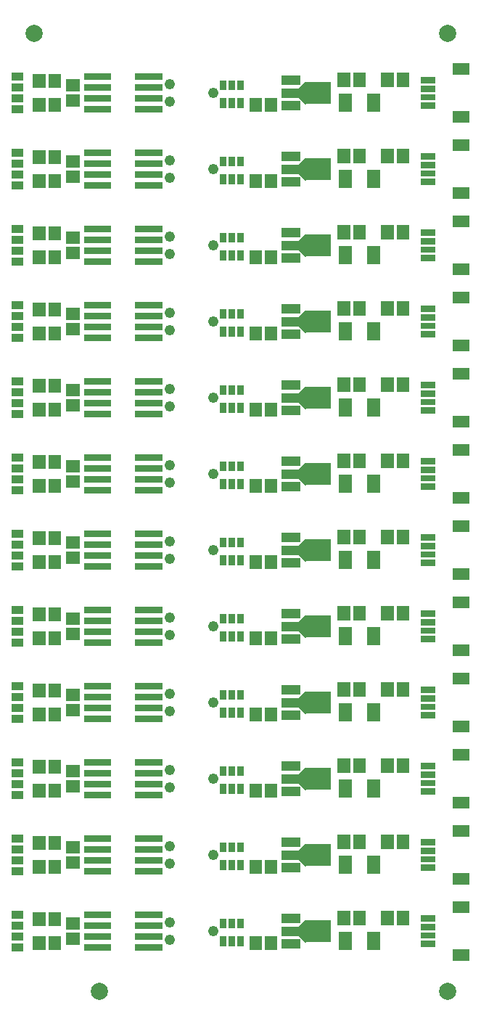
<source format=gbr>
G04 start of page 7 for group -4063 idx -4063 *
G04 Title: (unknown), componentmask *
G04 Creator: pcb 4.0.2 *
G04 CreationDate: Mon Jul 24 21:31:33 2023 UTC *
G04 For: railfan *
G04 Format: Gerber/RS-274X *
G04 PCB-Dimensions (mil): 3000.00 5500.00 *
G04 PCB-Coordinate-Origin: lower left *
%MOIN*%
%FSLAX25Y25*%
%LNTOPMASK*%
%ADD44C,0.0787*%
%ADD43C,0.0001*%
%ADD42C,0.0490*%
G54D42*X152500Y362500D03*
Y327500D03*
Y292500D03*
Y257500D03*
X132500Y366500D03*
Y358500D03*
Y331500D03*
Y323500D03*
Y296500D03*
Y288500D03*
Y261500D03*
Y253500D03*
X152500Y432500D03*
X132500Y436500D03*
Y428500D03*
X152500Y397500D03*
X132500Y401500D03*
X152500Y467500D03*
X132500Y471500D03*
Y463500D03*
Y393500D03*
X152500Y222500D03*
Y187500D03*
Y152500D03*
Y117500D03*
X132500Y226500D03*
Y218500D03*
Y191500D03*
Y183500D03*
Y156500D03*
Y148500D03*
Y121500D03*
Y113500D03*
X152500Y82500D03*
X132500Y86500D03*
Y78500D03*
G54D43*G36*
X229050Y467050D02*X222950D01*
Y458950D01*
X229050D01*
Y467050D01*
G37*
G36*
X216050D02*X209950D01*
Y458950D01*
X216050D01*
Y467050D01*
G37*
G36*
X229050Y432050D02*X222950D01*
Y423950D01*
X229050D01*
Y432050D01*
G37*
G36*
X216050D02*X209950D01*
Y423950D01*
X216050D01*
Y432050D01*
G37*
G36*
X222402Y441752D02*X216684D01*
Y435248D01*
X222402D01*
Y441752D01*
G37*
G36*
X235316D02*X229598D01*
Y435248D01*
X235316D01*
Y441752D01*
G37*
G36*
X222402Y406752D02*X216684D01*
Y400248D01*
X222402D01*
Y406752D01*
G37*
G36*
X235316D02*X229598D01*
Y400248D01*
X235316D01*
Y406752D01*
G37*
G36*
X242402Y441752D02*X236684D01*
Y435248D01*
X242402D01*
Y441752D01*
G37*
G36*
Y406752D02*X236684D01*
Y400248D01*
X242402D01*
Y406752D01*
G37*
G36*
X247649Y393075D02*Y390113D01*
X254351D01*
Y393075D01*
X247649D01*
G37*
G36*
X262413Y389138D02*Y383814D01*
X270099D01*
Y389138D01*
X262413D01*
G37*
G36*
X247649Y397012D02*Y394050D01*
X254351D01*
Y397012D01*
X247649D01*
G37*
G36*
Y400950D02*Y397988D01*
X254351D01*
Y400950D01*
X247649D01*
G37*
G36*
Y404887D02*Y401925D01*
X254351D01*
Y404887D01*
X247649D01*
G37*
G36*
X262413Y411186D02*Y405862D01*
X270099D01*
Y411186D01*
X262413D01*
G37*
G36*
X183826Y475596D02*Y471216D01*
X192300D01*
Y475596D01*
X183826D01*
G37*
G36*
Y469690D02*Y465310D01*
X200016D01*
Y469690D01*
X183826D01*
G37*
G36*
X194535Y472525D02*Y462475D01*
X206475D01*
Y472525D01*
X194535D01*
G37*
G36*
X196679Y470805D02*X194835Y472649D01*
X191571Y469385D01*
X193415Y467541D01*
X196679Y470805D01*
G37*
G36*
X193415Y467459D02*X191571Y465615D01*
X194835Y462351D01*
X196679Y464195D01*
X193415Y467459D01*
G37*
G36*
X183826Y463784D02*Y459404D01*
X192300D01*
Y463784D01*
X183826D01*
G37*
G36*
X181902Y465252D02*X176184D01*
Y458748D01*
X181902D01*
Y465252D01*
G37*
G36*
X174816D02*X169098D01*
Y458748D01*
X174816D01*
Y465252D01*
G37*
G36*
X183826Y440596D02*Y436216D01*
X192300D01*
Y440596D01*
X183826D01*
G37*
G36*
Y434690D02*Y430310D01*
X200016D01*
Y434690D01*
X183826D01*
G37*
G36*
X194535Y437525D02*Y427475D01*
X206475D01*
Y437525D01*
X194535D01*
G37*
G36*
X196679Y435805D02*X194835Y437649D01*
X191571Y434385D01*
X193415Y432541D01*
X196679Y435805D01*
G37*
G36*
X193415Y432459D02*X191571Y430615D01*
X194835Y427351D01*
X196679Y429195D01*
X193415Y432459D01*
G37*
G36*
X183826Y428784D02*Y424404D01*
X192300D01*
Y428784D01*
X183826D01*
G37*
G36*
X181902Y430252D02*X176184D01*
Y423748D01*
X181902D01*
Y430252D01*
G37*
G36*
X174816D02*X169098D01*
Y423748D01*
X174816D01*
Y430252D01*
G37*
G36*
X247649Y428075D02*Y425113D01*
X254351D01*
Y428075D01*
X247649D01*
G37*
G36*
X262413Y424138D02*Y418814D01*
X270099D01*
Y424138D01*
X262413D01*
G37*
G36*
X247649Y432012D02*Y429050D01*
X254351D01*
Y432012D01*
X247649D01*
G37*
G36*
Y435950D02*Y432988D01*
X254351D01*
Y435950D01*
X247649D01*
G37*
G36*
Y439887D02*Y436925D01*
X254351D01*
Y439887D01*
X247649D01*
G37*
G36*
X262413Y446186D02*Y440862D01*
X270099D01*
Y446186D01*
X262413D01*
G37*
G36*
X215316Y476752D02*X209598D01*
Y470248D01*
X215316D01*
Y476752D01*
G37*
G36*
X222402D02*X216684D01*
Y470248D01*
X222402D01*
Y476752D01*
G37*
G36*
X235316D02*X229598D01*
Y470248D01*
X235316D01*
Y476752D01*
G37*
G54D44*X260000Y495000D03*
G54D43*G36*
X242402Y476752D02*X236684D01*
Y470248D01*
X242402D01*
Y476752D01*
G37*
G36*
X247649Y463075D02*Y460113D01*
X254351D01*
Y463075D01*
X247649D01*
G37*
G36*
Y467012D02*Y464050D01*
X254351D01*
Y467012D01*
X247649D01*
G37*
G36*
Y470950D02*Y467988D01*
X254351D01*
Y470950D01*
X247649D01*
G37*
G36*
Y474887D02*Y471925D01*
X254351D01*
Y474887D01*
X247649D01*
G37*
G36*
X262413Y459138D02*Y453814D01*
X270099D01*
Y459138D01*
X262413D01*
G37*
G36*
Y481186D02*Y475862D01*
X270099D01*
Y481186D01*
X262413D01*
G37*
G36*
X158600Y430100D02*X155600D01*
Y425500D01*
X158600D01*
Y430100D01*
G37*
G36*
Y395100D02*X155600D01*
Y390500D01*
X158600D01*
Y395100D01*
G37*
G36*
X116500Y426500D02*Y423500D01*
X126000D01*
Y426500D01*
X116500D01*
G37*
G36*
X119500D02*Y423500D01*
X129000D01*
Y426500D01*
X119500D01*
G37*
G36*
X116500Y431500D02*Y428500D01*
X126000D01*
Y431500D01*
X116500D01*
G37*
G36*
X119500D02*Y428500D01*
X129000D01*
Y431500D01*
X119500D01*
G37*
G36*
X116500Y391500D02*Y388500D01*
X126000D01*
Y391500D01*
X116500D01*
G37*
G36*
Y396500D02*Y393500D01*
X126000D01*
Y396500D01*
X116500D01*
G37*
G36*
X119500Y391500D02*Y388500D01*
X129000D01*
Y391500D01*
X119500D01*
G37*
G36*
Y396500D02*Y393500D01*
X129000D01*
Y396500D01*
X119500D01*
G37*
G36*
X116500Y401500D02*Y398500D01*
X126000D01*
Y401500D01*
X116500D01*
G37*
G36*
Y406500D02*Y403500D01*
X126000D01*
Y406500D01*
X116500D01*
G37*
G36*
X119500Y401500D02*Y398500D01*
X129000D01*
Y401500D01*
X119500D01*
G37*
G36*
Y406500D02*Y403500D01*
X129000D01*
Y406500D01*
X119500D01*
G37*
G36*
X183826Y405596D02*Y401216D01*
X192300D01*
Y405596D01*
X183826D01*
G37*
G36*
Y399690D02*Y395310D01*
X200016D01*
Y399690D01*
X183826D01*
G37*
G36*
X194535Y402525D02*Y392475D01*
X206475D01*
Y402525D01*
X194535D01*
G37*
G36*
X196679Y400805D02*X194835Y402649D01*
X191571Y399385D01*
X193415Y397541D01*
X196679Y400805D01*
G37*
G36*
X193415Y397459D02*X191571Y395615D01*
X194835Y392351D01*
X196679Y394195D01*
X193415Y397459D01*
G37*
G36*
X183826Y393784D02*Y389404D01*
X192300D01*
Y393784D01*
X183826D01*
G37*
G36*
X181902Y395252D02*X176184D01*
Y388748D01*
X181902D01*
Y395252D01*
G37*
G36*
X174816D02*X169098D01*
Y388748D01*
X174816D01*
Y395252D01*
G37*
G36*
X215316Y441752D02*X209598D01*
Y435248D01*
X215316D01*
Y441752D01*
G37*
G36*
X216050Y397050D02*X209950D01*
Y388950D01*
X216050D01*
Y397050D01*
G37*
G36*
X215316Y406752D02*X209598D01*
Y400248D01*
X215316D01*
Y406752D01*
G37*
G36*
X216050Y362050D02*X209950D01*
Y353950D01*
X216050D01*
Y362050D01*
G37*
G36*
X215316Y371752D02*X209598D01*
Y365248D01*
X215316D01*
Y371752D01*
G37*
G36*
X229050Y397050D02*X222950D01*
Y388950D01*
X229050D01*
Y397050D01*
G37*
G36*
Y362050D02*X222950D01*
Y353950D01*
X229050D01*
Y362050D01*
G37*
G36*
X222402Y371752D02*X216684D01*
Y365248D01*
X222402D01*
Y371752D01*
G37*
G36*
X235316D02*X229598D01*
Y365248D01*
X235316D01*
Y371752D01*
G37*
G36*
X242402D02*X236684D01*
Y365248D01*
X242402D01*
Y371752D01*
G37*
G36*
X183826Y370596D02*Y366216D01*
X192300D01*
Y370596D01*
X183826D01*
G37*
G36*
Y364690D02*Y360310D01*
X200016D01*
Y364690D01*
X183826D01*
G37*
G36*
X194535Y367525D02*Y357475D01*
X206475D01*
Y367525D01*
X194535D01*
G37*
G36*
X196679Y365805D02*X194835Y367649D01*
X191571Y364385D01*
X193415Y362541D01*
X196679Y365805D01*
G37*
G36*
X193415Y362459D02*X191571Y360615D01*
X194835Y357351D01*
X196679Y359195D01*
X193415Y362459D01*
G37*
G36*
X183826Y358784D02*Y354404D01*
X192300D01*
Y358784D01*
X183826D01*
G37*
G36*
X181902Y360252D02*X176184D01*
Y353748D01*
X181902D01*
Y360252D01*
G37*
G36*
X174816D02*X169098D01*
Y353748D01*
X174816D01*
Y360252D01*
G37*
G36*
X247649Y358075D02*Y355113D01*
X254351D01*
Y358075D01*
X247649D01*
G37*
G36*
X262413Y354138D02*Y348814D01*
X270099D01*
Y354138D01*
X262413D01*
G37*
G36*
X247649Y362012D02*Y359050D01*
X254351D01*
Y362012D01*
X247649D01*
G37*
G36*
Y365950D02*Y362988D01*
X254351D01*
Y365950D01*
X247649D01*
G37*
G36*
Y369887D02*Y366925D01*
X254351D01*
Y369887D01*
X247649D01*
G37*
G36*
X262413Y376186D02*Y370862D01*
X270099D01*
Y376186D01*
X262413D01*
G37*
G36*
X59702Y461718D02*Y458282D01*
X65054D01*
Y461718D01*
X59702D01*
G37*
G36*
Y466718D02*Y463282D01*
X65054D01*
Y466718D01*
X59702D01*
G37*
G36*
Y471718D02*Y468282D01*
X65054D01*
Y471718D01*
X59702D01*
G37*
G36*
Y476718D02*Y473282D01*
X65054D01*
Y476718D01*
X59702D01*
G37*
G36*
X75316Y476252D02*X69598D01*
Y469748D01*
X75316D01*
Y476252D01*
G37*
G36*
X82402D02*X76684D01*
Y469748D01*
X82402D01*
Y476252D01*
G37*
G36*
X75316Y465252D02*X69598D01*
Y458748D01*
X75316D01*
Y465252D01*
G37*
G36*
X82402D02*X76684D01*
Y458748D01*
X82402D01*
Y465252D01*
G37*
G54D44*X70000Y495000D03*
G54D43*G36*
X84748Y466816D02*Y461098D01*
X91252D01*
Y466816D01*
X84748D01*
G37*
G36*
Y473902D02*Y468184D01*
X91252D01*
Y473902D01*
X84748D01*
G37*
G36*
X96000Y476500D02*Y473500D01*
X105500D01*
Y476500D01*
X96000D01*
G37*
G36*
Y471500D02*Y468500D01*
X105500D01*
Y471500D01*
X96000D01*
G37*
G36*
X93000D02*Y468500D01*
X102500D01*
Y471500D01*
X93000D01*
G37*
G36*
X96000Y466500D02*Y463500D01*
X105500D01*
Y466500D01*
X96000D01*
G37*
G36*
X93000D02*Y463500D01*
X102500D01*
Y466500D01*
X93000D01*
G37*
G36*
Y461500D02*Y458500D01*
X102500D01*
Y461500D01*
X93000D01*
G37*
G36*
X96000D02*Y458500D01*
X105500D01*
Y461500D01*
X96000D01*
G37*
G36*
X93000Y476500D02*Y473500D01*
X102500D01*
Y476500D01*
X93000D01*
G37*
G36*
X59702Y426718D02*Y423282D01*
X65054D01*
Y426718D01*
X59702D01*
G37*
G36*
Y431718D02*Y428282D01*
X65054D01*
Y431718D01*
X59702D01*
G37*
G36*
X75316Y430252D02*X69598D01*
Y423748D01*
X75316D01*
Y430252D01*
G37*
G36*
Y441252D02*X69598D01*
Y434748D01*
X75316D01*
Y441252D01*
G37*
G36*
X59702Y436718D02*Y433282D01*
X65054D01*
Y436718D01*
X59702D01*
G37*
G36*
Y441718D02*Y438282D01*
X65054D01*
Y441718D01*
X59702D01*
G37*
G36*
X84748Y431816D02*Y426098D01*
X91252D01*
Y431816D01*
X84748D01*
G37*
G36*
Y438902D02*Y433184D01*
X91252D01*
Y438902D01*
X84748D01*
G37*
G36*
X82402Y430252D02*X76684D01*
Y423748D01*
X82402D01*
Y430252D01*
G37*
G36*
Y441252D02*X76684D01*
Y434748D01*
X82402D01*
Y441252D01*
G37*
G36*
X96000Y441500D02*Y438500D01*
X105500D01*
Y441500D01*
X96000D01*
G37*
G36*
Y436500D02*Y433500D01*
X105500D01*
Y436500D01*
X96000D01*
G37*
G36*
X93000D02*Y433500D01*
X102500D01*
Y436500D01*
X93000D01*
G37*
G36*
X96000Y431500D02*Y428500D01*
X105500D01*
Y431500D01*
X96000D01*
G37*
G36*
X93000D02*Y428500D01*
X102500D01*
Y431500D01*
X93000D01*
G37*
G36*
Y426500D02*Y423500D01*
X102500D01*
Y426500D01*
X93000D01*
G37*
G36*
X96000D02*Y423500D01*
X105500D01*
Y426500D01*
X96000D01*
G37*
G36*
X93000Y441500D02*Y438500D01*
X102500D01*
Y441500D01*
X93000D01*
G37*
G36*
X158600Y473300D02*X155600D01*
Y468700D01*
X158600D01*
Y473300D01*
G37*
G36*
Y465100D02*X155600D01*
Y460500D01*
X158600D01*
Y465100D01*
G37*
G36*
X162500D02*X159500D01*
Y460500D01*
X162500D01*
Y465100D01*
G37*
G36*
X166400D02*X163400D01*
Y460500D01*
X166400D01*
Y465100D01*
G37*
G36*
X116500Y461500D02*Y458500D01*
X126000D01*
Y461500D01*
X116500D01*
G37*
G36*
Y466500D02*Y463500D01*
X126000D01*
Y466500D01*
X116500D01*
G37*
G36*
X119500Y461500D02*Y458500D01*
X129000D01*
Y461500D01*
X119500D01*
G37*
G36*
Y466500D02*Y463500D01*
X129000D01*
Y466500D01*
X119500D01*
G37*
G36*
X116500Y471500D02*Y468500D01*
X126000D01*
Y471500D01*
X116500D01*
G37*
G36*
Y476500D02*Y473500D01*
X126000D01*
Y476500D01*
X116500D01*
G37*
G36*
X119500Y471500D02*Y468500D01*
X129000D01*
Y471500D01*
X119500D01*
G37*
G36*
Y476500D02*Y473500D01*
X129000D01*
Y476500D01*
X119500D01*
G37*
G36*
X116500Y436500D02*Y433500D01*
X126000D01*
Y436500D01*
X116500D01*
G37*
G36*
X119500D02*Y433500D01*
X129000D01*
Y436500D01*
X119500D01*
G37*
G36*
X116500Y441500D02*Y438500D01*
X126000D01*
Y441500D01*
X116500D01*
G37*
G36*
X119500D02*Y438500D01*
X129000D01*
Y441500D01*
X119500D01*
G37*
G36*
X166400Y473300D02*X163400D01*
Y468700D01*
X166400D01*
Y473300D01*
G37*
G36*
Y438300D02*X163400D01*
Y433700D01*
X166400D01*
Y438300D01*
G37*
G36*
X162500Y473300D02*X159500D01*
Y468700D01*
X162500D01*
Y473300D01*
G37*
G36*
Y438300D02*X159500D01*
Y433700D01*
X162500D01*
Y438300D01*
G37*
G36*
X158600D02*X155600D01*
Y433700D01*
X158600D01*
Y438300D01*
G37*
G36*
X162500Y430100D02*X159500D01*
Y425500D01*
X162500D01*
Y430100D01*
G37*
G36*
X166400D02*X163400D01*
Y425500D01*
X166400D01*
Y430100D01*
G37*
G36*
X59702Y391718D02*Y388282D01*
X65054D01*
Y391718D01*
X59702D01*
G37*
G36*
Y396718D02*Y393282D01*
X65054D01*
Y396718D01*
X59702D01*
G37*
G36*
X75316Y395252D02*X69598D01*
Y388748D01*
X75316D01*
Y395252D01*
G37*
G36*
Y406252D02*X69598D01*
Y399748D01*
X75316D01*
Y406252D01*
G37*
G36*
X59702Y401718D02*Y398282D01*
X65054D01*
Y401718D01*
X59702D01*
G37*
G36*
Y406718D02*Y403282D01*
X65054D01*
Y406718D01*
X59702D01*
G37*
G36*
X84748Y396816D02*Y391098D01*
X91252D01*
Y396816D01*
X84748D01*
G37*
G36*
Y403902D02*Y398184D01*
X91252D01*
Y403902D01*
X84748D01*
G37*
G36*
X82402Y395252D02*X76684D01*
Y388748D01*
X82402D01*
Y395252D01*
G37*
G36*
Y406252D02*X76684D01*
Y399748D01*
X82402D01*
Y406252D01*
G37*
G36*
X96000Y406500D02*Y403500D01*
X105500D01*
Y406500D01*
X96000D01*
G37*
G36*
Y401500D02*Y398500D01*
X105500D01*
Y401500D01*
X96000D01*
G37*
G36*
X93000D02*Y398500D01*
X102500D01*
Y401500D01*
X93000D01*
G37*
G36*
X96000Y396500D02*Y393500D01*
X105500D01*
Y396500D01*
X96000D01*
G37*
G36*
X93000D02*Y393500D01*
X102500D01*
Y396500D01*
X93000D01*
G37*
G36*
Y391500D02*Y388500D01*
X102500D01*
Y391500D01*
X93000D01*
G37*
G36*
X96000D02*Y388500D01*
X105500D01*
Y391500D01*
X96000D01*
G37*
G36*
X93000Y406500D02*Y403500D01*
X102500D01*
Y406500D01*
X93000D01*
G37*
G36*
X59702Y356718D02*Y353282D01*
X65054D01*
Y356718D01*
X59702D01*
G37*
G36*
Y361718D02*Y358282D01*
X65054D01*
Y361718D01*
X59702D01*
G37*
G36*
X75316Y360252D02*X69598D01*
Y353748D01*
X75316D01*
Y360252D01*
G37*
G36*
Y371252D02*X69598D01*
Y364748D01*
X75316D01*
Y371252D01*
G37*
G36*
X59702Y366718D02*Y363282D01*
X65054D01*
Y366718D01*
X59702D01*
G37*
G36*
Y371718D02*Y368282D01*
X65054D01*
Y371718D01*
X59702D01*
G37*
G36*
X84748Y361816D02*Y356098D01*
X91252D01*
Y361816D01*
X84748D01*
G37*
G36*
Y368902D02*Y363184D01*
X91252D01*
Y368902D01*
X84748D01*
G37*
G36*
X82402Y360252D02*X76684D01*
Y353748D01*
X82402D01*
Y360252D01*
G37*
G36*
Y371252D02*X76684D01*
Y364748D01*
X82402D01*
Y371252D01*
G37*
G36*
X96000Y371500D02*Y368500D01*
X105500D01*
Y371500D01*
X96000D01*
G37*
G36*
Y366500D02*Y363500D01*
X105500D01*
Y366500D01*
X96000D01*
G37*
G36*
X93000D02*Y363500D01*
X102500D01*
Y366500D01*
X93000D01*
G37*
G36*
X96000Y361500D02*Y358500D01*
X105500D01*
Y361500D01*
X96000D01*
G37*
G36*
X93000D02*Y358500D01*
X102500D01*
Y361500D01*
X93000D01*
G37*
G36*
Y356500D02*Y353500D01*
X102500D01*
Y356500D01*
X93000D01*
G37*
G36*
X96000D02*Y353500D01*
X105500D01*
Y356500D01*
X96000D01*
G37*
G36*
X93000Y371500D02*Y368500D01*
X102500D01*
Y371500D01*
X93000D01*
G37*
G36*
X59702Y321718D02*Y318282D01*
X65054D01*
Y321718D01*
X59702D01*
G37*
G36*
Y326718D02*Y323282D01*
X65054D01*
Y326718D01*
X59702D01*
G37*
G36*
X75316Y325252D02*X69598D01*
Y318748D01*
X75316D01*
Y325252D01*
G37*
G36*
Y336252D02*X69598D01*
Y329748D01*
X75316D01*
Y336252D01*
G37*
G36*
X59702Y331718D02*Y328282D01*
X65054D01*
Y331718D01*
X59702D01*
G37*
G36*
Y336718D02*Y333282D01*
X65054D01*
Y336718D01*
X59702D01*
G37*
G36*
X84748Y326816D02*Y321098D01*
X91252D01*
Y326816D01*
X84748D01*
G37*
G36*
Y333902D02*Y328184D01*
X91252D01*
Y333902D01*
X84748D01*
G37*
G36*
X82402Y325252D02*X76684D01*
Y318748D01*
X82402D01*
Y325252D01*
G37*
G36*
Y336252D02*X76684D01*
Y329748D01*
X82402D01*
Y336252D01*
G37*
G36*
X96000Y336500D02*Y333500D01*
X105500D01*
Y336500D01*
X96000D01*
G37*
G36*
Y331500D02*Y328500D01*
X105500D01*
Y331500D01*
X96000D01*
G37*
G36*
X93000D02*Y328500D01*
X102500D01*
Y331500D01*
X93000D01*
G37*
G36*
X96000Y326500D02*Y323500D01*
X105500D01*
Y326500D01*
X96000D01*
G37*
G36*
X93000D02*Y323500D01*
X102500D01*
Y326500D01*
X93000D01*
G37*
G36*
Y321500D02*Y318500D01*
X102500D01*
Y321500D01*
X93000D01*
G37*
G36*
X96000D02*Y318500D01*
X105500D01*
Y321500D01*
X96000D01*
G37*
G36*
X93000Y336500D02*Y333500D01*
X102500D01*
Y336500D01*
X93000D01*
G37*
G36*
X59702Y286718D02*Y283282D01*
X65054D01*
Y286718D01*
X59702D01*
G37*
G36*
Y291718D02*Y288282D01*
X65054D01*
Y291718D01*
X59702D01*
G37*
G36*
X75316Y290252D02*X69598D01*
Y283748D01*
X75316D01*
Y290252D01*
G37*
G36*
Y301252D02*X69598D01*
Y294748D01*
X75316D01*
Y301252D01*
G37*
G36*
X59702Y296718D02*Y293282D01*
X65054D01*
Y296718D01*
X59702D01*
G37*
G36*
Y301718D02*Y298282D01*
X65054D01*
Y301718D01*
X59702D01*
G37*
G36*
X84748Y291816D02*Y286098D01*
X91252D01*
Y291816D01*
X84748D01*
G37*
G36*
Y298902D02*Y293184D01*
X91252D01*
Y298902D01*
X84748D01*
G37*
G36*
X82402Y290252D02*X76684D01*
Y283748D01*
X82402D01*
Y290252D01*
G37*
G36*
Y301252D02*X76684D01*
Y294748D01*
X82402D01*
Y301252D01*
G37*
G36*
X96000Y301500D02*Y298500D01*
X105500D01*
Y301500D01*
X96000D01*
G37*
G36*
Y296500D02*Y293500D01*
X105500D01*
Y296500D01*
X96000D01*
G37*
G36*
X93000D02*Y293500D01*
X102500D01*
Y296500D01*
X93000D01*
G37*
G36*
X96000Y291500D02*Y288500D01*
X105500D01*
Y291500D01*
X96000D01*
G37*
G36*
X93000D02*Y288500D01*
X102500D01*
Y291500D01*
X93000D01*
G37*
G36*
Y286500D02*Y283500D01*
X102500D01*
Y286500D01*
X93000D01*
G37*
G36*
X96000D02*Y283500D01*
X105500D01*
Y286500D01*
X96000D01*
G37*
G36*
X93000Y301500D02*Y298500D01*
X102500D01*
Y301500D01*
X93000D01*
G37*
G36*
X158600Y325100D02*X155600D01*
Y320500D01*
X158600D01*
Y325100D01*
G37*
G36*
Y290100D02*X155600D01*
Y285500D01*
X158600D01*
Y290100D01*
G37*
G36*
X166400Y333300D02*X163400D01*
Y328700D01*
X166400D01*
Y333300D01*
G37*
G36*
Y325100D02*X163400D01*
Y320500D01*
X166400D01*
Y325100D01*
G37*
G36*
Y298300D02*X163400D01*
Y293700D01*
X166400D01*
Y298300D01*
G37*
G36*
Y290100D02*X163400D01*
Y285500D01*
X166400D01*
Y290100D01*
G37*
G36*
Y263300D02*X163400D01*
Y258700D01*
X166400D01*
Y263300D01*
G37*
G36*
X162500Y333300D02*X159500D01*
Y328700D01*
X162500D01*
Y333300D01*
G37*
G36*
Y325100D02*X159500D01*
Y320500D01*
X162500D01*
Y325100D01*
G37*
G36*
X158600Y333300D02*X155600D01*
Y328700D01*
X158600D01*
Y333300D01*
G37*
G36*
X162500Y298300D02*X159500D01*
Y293700D01*
X162500D01*
Y298300D01*
G37*
G36*
X158600D02*X155600D01*
Y293700D01*
X158600D01*
Y298300D01*
G37*
G36*
X162500Y290100D02*X159500D01*
Y285500D01*
X162500D01*
Y290100D01*
G37*
G36*
Y263300D02*X159500D01*
Y258700D01*
X162500D01*
Y263300D01*
G37*
G36*
X158600D02*X155600D01*
Y258700D01*
X158600D01*
Y263300D01*
G37*
G36*
Y255100D02*X155600D01*
Y250500D01*
X158600D01*
Y255100D01*
G37*
G36*
X162500D02*X159500D01*
Y250500D01*
X162500D01*
Y255100D01*
G37*
G36*
X166400D02*X163400D01*
Y250500D01*
X166400D01*
Y255100D01*
G37*
G36*
X116500Y286500D02*Y283500D01*
X126000D01*
Y286500D01*
X116500D01*
G37*
G36*
X119500D02*Y283500D01*
X129000D01*
Y286500D01*
X119500D01*
G37*
G36*
X116500Y291500D02*Y288500D01*
X126000D01*
Y291500D01*
X116500D01*
G37*
G36*
Y296500D02*Y293500D01*
X126000D01*
Y296500D01*
X116500D01*
G37*
G36*
Y301500D02*Y298500D01*
X126000D01*
Y301500D01*
X116500D01*
G37*
G36*
X119500Y291500D02*Y288500D01*
X129000D01*
Y291500D01*
X119500D01*
G37*
G36*
Y296500D02*Y293500D01*
X129000D01*
Y296500D01*
X119500D01*
G37*
G36*
Y301500D02*Y298500D01*
X129000D01*
Y301500D01*
X119500D01*
G37*
G36*
X116500Y251500D02*Y248500D01*
X126000D01*
Y251500D01*
X116500D01*
G37*
G36*
Y256500D02*Y253500D01*
X126000D01*
Y256500D01*
X116500D01*
G37*
G36*
X119500Y251500D02*Y248500D01*
X129000D01*
Y251500D01*
X119500D01*
G37*
G36*
Y256500D02*Y253500D01*
X129000D01*
Y256500D01*
X119500D01*
G37*
G36*
X116500Y261500D02*Y258500D01*
X126000D01*
Y261500D01*
X116500D01*
G37*
G36*
Y266500D02*Y263500D01*
X126000D01*
Y266500D01*
X116500D01*
G37*
G36*
X119500Y261500D02*Y258500D01*
X129000D01*
Y261500D01*
X119500D01*
G37*
G36*
Y266500D02*Y263500D01*
X129000D01*
Y266500D01*
X119500D01*
G37*
G36*
X59702Y251718D02*Y248282D01*
X65054D01*
Y251718D01*
X59702D01*
G37*
G36*
Y256718D02*Y253282D01*
X65054D01*
Y256718D01*
X59702D01*
G37*
G36*
X75316Y255252D02*X69598D01*
Y248748D01*
X75316D01*
Y255252D01*
G37*
G36*
Y266252D02*X69598D01*
Y259748D01*
X75316D01*
Y266252D01*
G37*
G36*
X59702Y261718D02*Y258282D01*
X65054D01*
Y261718D01*
X59702D01*
G37*
G36*
Y266718D02*Y263282D01*
X65054D01*
Y266718D01*
X59702D01*
G37*
G36*
X84748Y256816D02*Y251098D01*
X91252D01*
Y256816D01*
X84748D01*
G37*
G36*
Y263902D02*Y258184D01*
X91252D01*
Y263902D01*
X84748D01*
G37*
G36*
X82402Y255252D02*X76684D01*
Y248748D01*
X82402D01*
Y255252D01*
G37*
G36*
Y266252D02*X76684D01*
Y259748D01*
X82402D01*
Y266252D01*
G37*
G36*
X96000Y266500D02*Y263500D01*
X105500D01*
Y266500D01*
X96000D01*
G37*
G36*
Y261500D02*Y258500D01*
X105500D01*
Y261500D01*
X96000D01*
G37*
G36*
X93000D02*Y258500D01*
X102500D01*
Y261500D01*
X93000D01*
G37*
G36*
X96000Y256500D02*Y253500D01*
X105500D01*
Y256500D01*
X96000D01*
G37*
G36*
X93000D02*Y253500D01*
X102500D01*
Y256500D01*
X93000D01*
G37*
G36*
Y251500D02*Y248500D01*
X102500D01*
Y251500D01*
X93000D01*
G37*
G36*
X96000D02*Y248500D01*
X105500D01*
Y251500D01*
X96000D01*
G37*
G36*
X93000Y266500D02*Y263500D01*
X102500D01*
Y266500D01*
X93000D01*
G37*
G36*
X59702Y216718D02*Y213282D01*
X65054D01*
Y216718D01*
X59702D01*
G37*
G36*
Y221718D02*Y218282D01*
X65054D01*
Y221718D01*
X59702D01*
G37*
G36*
X75316Y220252D02*X69598D01*
Y213748D01*
X75316D01*
Y220252D01*
G37*
G36*
Y231252D02*X69598D01*
Y224748D01*
X75316D01*
Y231252D01*
G37*
G36*
X59702Y226718D02*Y223282D01*
X65054D01*
Y226718D01*
X59702D01*
G37*
G36*
Y231718D02*Y228282D01*
X65054D01*
Y231718D01*
X59702D01*
G37*
G36*
X84748Y221816D02*Y216098D01*
X91252D01*
Y221816D01*
X84748D01*
G37*
G36*
Y228902D02*Y223184D01*
X91252D01*
Y228902D01*
X84748D01*
G37*
G36*
X82402Y220252D02*X76684D01*
Y213748D01*
X82402D01*
Y220252D01*
G37*
G36*
Y231252D02*X76684D01*
Y224748D01*
X82402D01*
Y231252D01*
G37*
G36*
X96000Y231500D02*Y228500D01*
X105500D01*
Y231500D01*
X96000D01*
G37*
G36*
Y226500D02*Y223500D01*
X105500D01*
Y226500D01*
X96000D01*
G37*
G36*
X93000D02*Y223500D01*
X102500D01*
Y226500D01*
X93000D01*
G37*
G36*
X96000Y221500D02*Y218500D01*
X105500D01*
Y221500D01*
X96000D01*
G37*
G36*
X93000D02*Y218500D01*
X102500D01*
Y221500D01*
X93000D01*
G37*
G36*
Y216500D02*Y213500D01*
X102500D01*
Y216500D01*
X93000D01*
G37*
G36*
X96000D02*Y213500D01*
X105500D01*
Y216500D01*
X96000D01*
G37*
G36*
X93000Y231500D02*Y228500D01*
X102500D01*
Y231500D01*
X93000D01*
G37*
G36*
X59702Y181718D02*Y178282D01*
X65054D01*
Y181718D01*
X59702D01*
G37*
G36*
Y186718D02*Y183282D01*
X65054D01*
Y186718D01*
X59702D01*
G37*
G36*
X75316Y185252D02*X69598D01*
Y178748D01*
X75316D01*
Y185252D01*
G37*
G36*
Y196252D02*X69598D01*
Y189748D01*
X75316D01*
Y196252D01*
G37*
G36*
X59702Y191718D02*Y188282D01*
X65054D01*
Y191718D01*
X59702D01*
G37*
G36*
Y196718D02*Y193282D01*
X65054D01*
Y196718D01*
X59702D01*
G37*
G36*
X84748Y186816D02*Y181098D01*
X91252D01*
Y186816D01*
X84748D01*
G37*
G36*
Y193902D02*Y188184D01*
X91252D01*
Y193902D01*
X84748D01*
G37*
G36*
X82402Y185252D02*X76684D01*
Y178748D01*
X82402D01*
Y185252D01*
G37*
G36*
Y196252D02*X76684D01*
Y189748D01*
X82402D01*
Y196252D01*
G37*
G36*
X96000Y196500D02*Y193500D01*
X105500D01*
Y196500D01*
X96000D01*
G37*
G36*
Y191500D02*Y188500D01*
X105500D01*
Y191500D01*
X96000D01*
G37*
G36*
X93000D02*Y188500D01*
X102500D01*
Y191500D01*
X93000D01*
G37*
G36*
X96000Y186500D02*Y183500D01*
X105500D01*
Y186500D01*
X96000D01*
G37*
G36*
X93000D02*Y183500D01*
X102500D01*
Y186500D01*
X93000D01*
G37*
G36*
Y181500D02*Y178500D01*
X102500D01*
Y181500D01*
X93000D01*
G37*
G36*
X96000D02*Y178500D01*
X105500D01*
Y181500D01*
X96000D01*
G37*
G36*
X93000Y196500D02*Y193500D01*
X102500D01*
Y196500D01*
X93000D01*
G37*
G36*
X59702Y146718D02*Y143282D01*
X65054D01*
Y146718D01*
X59702D01*
G37*
G36*
Y151718D02*Y148282D01*
X65054D01*
Y151718D01*
X59702D01*
G37*
G36*
X75316Y150252D02*X69598D01*
Y143748D01*
X75316D01*
Y150252D01*
G37*
G36*
Y161252D02*X69598D01*
Y154748D01*
X75316D01*
Y161252D01*
G37*
G36*
X59702Y156718D02*Y153282D01*
X65054D01*
Y156718D01*
X59702D01*
G37*
G36*
Y161718D02*Y158282D01*
X65054D01*
Y161718D01*
X59702D01*
G37*
G36*
X84748Y151816D02*Y146098D01*
X91252D01*
Y151816D01*
X84748D01*
G37*
G36*
Y158902D02*Y153184D01*
X91252D01*
Y158902D01*
X84748D01*
G37*
G36*
X82402Y150252D02*X76684D01*
Y143748D01*
X82402D01*
Y150252D01*
G37*
G36*
Y161252D02*X76684D01*
Y154748D01*
X82402D01*
Y161252D01*
G37*
G36*
X96000Y161500D02*Y158500D01*
X105500D01*
Y161500D01*
X96000D01*
G37*
G36*
Y156500D02*Y153500D01*
X105500D01*
Y156500D01*
X96000D01*
G37*
G36*
X93000D02*Y153500D01*
X102500D01*
Y156500D01*
X93000D01*
G37*
G36*
X96000Y151500D02*Y148500D01*
X105500D01*
Y151500D01*
X96000D01*
G37*
G36*
X93000D02*Y148500D01*
X102500D01*
Y151500D01*
X93000D01*
G37*
G36*
Y146500D02*Y143500D01*
X102500D01*
Y146500D01*
X93000D01*
G37*
G36*
X96000D02*Y143500D01*
X105500D01*
Y146500D01*
X96000D01*
G37*
G36*
X93000Y161500D02*Y158500D01*
X102500D01*
Y161500D01*
X93000D01*
G37*
G36*
X59702Y111718D02*Y108282D01*
X65054D01*
Y111718D01*
X59702D01*
G37*
G36*
Y116718D02*Y113282D01*
X65054D01*
Y116718D01*
X59702D01*
G37*
G36*
X75316Y115252D02*X69598D01*
Y108748D01*
X75316D01*
Y115252D01*
G37*
G36*
Y126252D02*X69598D01*
Y119748D01*
X75316D01*
Y126252D01*
G37*
G36*
X59702Y121718D02*Y118282D01*
X65054D01*
Y121718D01*
X59702D01*
G37*
G36*
Y126718D02*Y123282D01*
X65054D01*
Y126718D01*
X59702D01*
G37*
G36*
Y76718D02*Y73282D01*
X65054D01*
Y76718D01*
X59702D01*
G37*
G36*
Y81718D02*Y78282D01*
X65054D01*
Y81718D01*
X59702D01*
G37*
G36*
X75316Y80252D02*X69598D01*
Y73748D01*
X75316D01*
Y80252D01*
G37*
G36*
Y91252D02*X69598D01*
Y84748D01*
X75316D01*
Y91252D01*
G37*
G36*
X59702Y86718D02*Y83282D01*
X65054D01*
Y86718D01*
X59702D01*
G37*
G36*
Y91718D02*Y88282D01*
X65054D01*
Y91718D01*
X59702D01*
G37*
G36*
X84748Y81816D02*Y76098D01*
X91252D01*
Y81816D01*
X84748D01*
G37*
G36*
Y88902D02*Y83184D01*
X91252D01*
Y88902D01*
X84748D01*
G37*
G36*
X82402Y80252D02*X76684D01*
Y73748D01*
X82402D01*
Y80252D01*
G37*
G36*
Y91252D02*X76684D01*
Y84748D01*
X82402D01*
Y91252D01*
G37*
G36*
X96000Y91500D02*Y88500D01*
X105500D01*
Y91500D01*
X96000D01*
G37*
G36*
Y86500D02*Y83500D01*
X105500D01*
Y86500D01*
X96000D01*
G37*
G36*
X93000D02*Y83500D01*
X102500D01*
Y86500D01*
X93000D01*
G37*
G36*
X96000Y81500D02*Y78500D01*
X105500D01*
Y81500D01*
X96000D01*
G37*
G36*
X93000D02*Y78500D01*
X102500D01*
Y81500D01*
X93000D01*
G37*
G36*
Y76500D02*Y73500D01*
X102500D01*
Y76500D01*
X93000D01*
G37*
G36*
X96000D02*Y73500D01*
X105500D01*
Y76500D01*
X96000D01*
G37*
G54D44*X100000Y55000D03*
G54D43*G36*
X93000Y91500D02*Y88500D01*
X102500D01*
Y91500D01*
X93000D01*
G37*
G36*
X158600Y123300D02*X155600D01*
Y118700D01*
X158600D01*
Y123300D01*
G37*
G36*
X162500Y115100D02*X159500D01*
Y110500D01*
X162500D01*
Y115100D01*
G37*
G36*
X166400D02*X163400D01*
Y110500D01*
X166400D01*
Y115100D01*
G37*
G36*
X84748Y116816D02*Y111098D01*
X91252D01*
Y116816D01*
X84748D01*
G37*
G36*
Y123902D02*Y118184D01*
X91252D01*
Y123902D01*
X84748D01*
G37*
G36*
X82402Y115252D02*X76684D01*
Y108748D01*
X82402D01*
Y115252D01*
G37*
G36*
Y126252D02*X76684D01*
Y119748D01*
X82402D01*
Y126252D01*
G37*
G36*
X96000Y126500D02*Y123500D01*
X105500D01*
Y126500D01*
X96000D01*
G37*
G36*
Y121500D02*Y118500D01*
X105500D01*
Y121500D01*
X96000D01*
G37*
G36*
X93000D02*Y118500D01*
X102500D01*
Y121500D01*
X93000D01*
G37*
G36*
X96000Y116500D02*Y113500D01*
X105500D01*
Y116500D01*
X96000D01*
G37*
G36*
X93000D02*Y113500D01*
X102500D01*
Y116500D01*
X93000D01*
G37*
G36*
Y111500D02*Y108500D01*
X102500D01*
Y111500D01*
X93000D01*
G37*
G36*
X96000D02*Y108500D01*
X105500D01*
Y111500D01*
X96000D01*
G37*
G36*
X93000Y126500D02*Y123500D01*
X102500D01*
Y126500D01*
X93000D01*
G37*
G36*
X116500Y121500D02*Y118500D01*
X126000D01*
Y121500D01*
X116500D01*
G37*
G36*
Y126500D02*Y123500D01*
X126000D01*
Y126500D01*
X116500D01*
G37*
G36*
X119500D02*Y123500D01*
X129000D01*
Y126500D01*
X119500D01*
G37*
G36*
X116500Y76500D02*Y73500D01*
X126000D01*
Y76500D01*
X116500D01*
G37*
G36*
X119500D02*Y73500D01*
X129000D01*
Y76500D01*
X119500D01*
G37*
G36*
X116500Y81500D02*Y78500D01*
X126000D01*
Y81500D01*
X116500D01*
G37*
G36*
X119500D02*Y78500D01*
X129000D01*
Y81500D01*
X119500D01*
G37*
G36*
X116500Y86500D02*Y83500D01*
X126000D01*
Y86500D01*
X116500D01*
G37*
G36*
Y91500D02*Y88500D01*
X126000D01*
Y91500D01*
X116500D01*
G37*
G36*
X119500Y86500D02*Y83500D01*
X129000D01*
Y86500D01*
X119500D01*
G37*
G36*
Y91500D02*Y88500D01*
X129000D01*
Y91500D01*
X119500D01*
G37*
G36*
X158600Y115100D02*X155600D01*
Y110500D01*
X158600D01*
Y115100D01*
G37*
G36*
X116500Y111500D02*Y108500D01*
X126000D01*
Y111500D01*
X116500D01*
G37*
G36*
Y116500D02*Y113500D01*
X126000D01*
Y116500D01*
X116500D01*
G37*
G36*
X119500Y111500D02*Y108500D01*
X129000D01*
Y111500D01*
X119500D01*
G37*
G36*
Y116500D02*Y113500D01*
X129000D01*
Y116500D01*
X119500D01*
G37*
G36*
Y121500D02*Y118500D01*
X129000D01*
Y121500D01*
X119500D01*
G37*
G36*
X166400Y123300D02*X163400D01*
Y118700D01*
X166400D01*
Y123300D01*
G37*
G36*
Y88300D02*X163400D01*
Y83700D01*
X166400D01*
Y88300D01*
G37*
G36*
X162500Y123300D02*X159500D01*
Y118700D01*
X162500D01*
Y123300D01*
G37*
G36*
Y88300D02*X159500D01*
Y83700D01*
X162500D01*
Y88300D01*
G37*
G36*
X158600D02*X155600D01*
Y83700D01*
X158600D01*
Y88300D01*
G37*
G36*
Y80100D02*X155600D01*
Y75500D01*
X158600D01*
Y80100D01*
G37*
G36*
X162500D02*X159500D01*
Y75500D01*
X162500D01*
Y80100D01*
G37*
G36*
X166400D02*X163400D01*
Y75500D01*
X166400D01*
Y80100D01*
G37*
G36*
Y403300D02*X163400D01*
Y398700D01*
X166400D01*
Y403300D01*
G37*
G36*
Y395100D02*X163400D01*
Y390500D01*
X166400D01*
Y395100D01*
G37*
G36*
X162500Y403300D02*X159500D01*
Y398700D01*
X162500D01*
Y403300D01*
G37*
G36*
X158600D02*X155600D01*
Y398700D01*
X158600D01*
Y403300D01*
G37*
G36*
X162500Y395100D02*X159500D01*
Y390500D01*
X162500D01*
Y395100D01*
G37*
G36*
X166400Y368300D02*X163400D01*
Y363700D01*
X166400D01*
Y368300D01*
G37*
G36*
X162500D02*X159500D01*
Y363700D01*
X162500D01*
Y368300D01*
G37*
G36*
X158600D02*X155600D01*
Y363700D01*
X158600D01*
Y368300D01*
G37*
G36*
X162500Y360100D02*X159500D01*
Y355500D01*
X162500D01*
Y360100D01*
G37*
G36*
X166400D02*X163400D01*
Y355500D01*
X166400D01*
Y360100D01*
G37*
G36*
X158600D02*X155600D01*
Y355500D01*
X158600D01*
Y360100D01*
G37*
G36*
X116500Y356500D02*Y353500D01*
X126000D01*
Y356500D01*
X116500D01*
G37*
G36*
X119500D02*Y353500D01*
X129000D01*
Y356500D01*
X119500D01*
G37*
G36*
X116500Y361500D02*Y358500D01*
X126000D01*
Y361500D01*
X116500D01*
G37*
G36*
Y366500D02*Y363500D01*
X126000D01*
Y366500D01*
X116500D01*
G37*
G36*
Y371500D02*Y368500D01*
X126000D01*
Y371500D01*
X116500D01*
G37*
G36*
X119500Y361500D02*Y358500D01*
X129000D01*
Y361500D01*
X119500D01*
G37*
G36*
Y366500D02*Y363500D01*
X129000D01*
Y366500D01*
X119500D01*
G37*
G36*
Y371500D02*Y368500D01*
X129000D01*
Y371500D01*
X119500D01*
G37*
G36*
X116500Y321500D02*Y318500D01*
X126000D01*
Y321500D01*
X116500D01*
G37*
G36*
Y326500D02*Y323500D01*
X126000D01*
Y326500D01*
X116500D01*
G37*
G36*
X119500Y321500D02*Y318500D01*
X129000D01*
Y321500D01*
X119500D01*
G37*
G36*
Y326500D02*Y323500D01*
X129000D01*
Y326500D01*
X119500D01*
G37*
G36*
X116500Y331500D02*Y328500D01*
X126000D01*
Y331500D01*
X116500D01*
G37*
G36*
Y336500D02*Y333500D01*
X126000D01*
Y336500D01*
X116500D01*
G37*
G36*
X119500Y331500D02*Y328500D01*
X129000D01*
Y331500D01*
X119500D01*
G37*
G36*
Y336500D02*Y333500D01*
X129000D01*
Y336500D01*
X119500D01*
G37*
G36*
X158600Y220100D02*X155600D01*
Y215500D01*
X158600D01*
Y220100D01*
G37*
G36*
X162500D02*X159500D01*
Y215500D01*
X162500D01*
Y220100D01*
G37*
G36*
X166400D02*X163400D01*
Y215500D01*
X166400D01*
Y220100D01*
G37*
G36*
Y228300D02*X163400D01*
Y223700D01*
X166400D01*
Y228300D01*
G37*
G36*
X162500D02*X159500D01*
Y223700D01*
X162500D01*
Y228300D01*
G37*
G36*
X158600D02*X155600D01*
Y223700D01*
X158600D01*
Y228300D01*
G37*
G36*
X116500Y216500D02*Y213500D01*
X126000D01*
Y216500D01*
X116500D01*
G37*
G36*
X119500D02*Y213500D01*
X129000D01*
Y216500D01*
X119500D01*
G37*
G36*
X116500Y221500D02*Y218500D01*
X126000D01*
Y221500D01*
X116500D01*
G37*
G36*
Y226500D02*Y223500D01*
X126000D01*
Y226500D01*
X116500D01*
G37*
G36*
Y231500D02*Y228500D01*
X126000D01*
Y231500D01*
X116500D01*
G37*
G36*
X119500Y221500D02*Y218500D01*
X129000D01*
Y221500D01*
X119500D01*
G37*
G36*
Y226500D02*Y223500D01*
X129000D01*
Y226500D01*
X119500D01*
G37*
G36*
Y231500D02*Y228500D01*
X129000D01*
Y231500D01*
X119500D01*
G37*
G36*
X116500Y181500D02*Y178500D01*
X126000D01*
Y181500D01*
X116500D01*
G37*
G36*
Y186500D02*Y183500D01*
X126000D01*
Y186500D01*
X116500D01*
G37*
G36*
X119500Y181500D02*Y178500D01*
X129000D01*
Y181500D01*
X119500D01*
G37*
G36*
Y186500D02*Y183500D01*
X129000D01*
Y186500D01*
X119500D01*
G37*
G36*
X116500Y191500D02*Y188500D01*
X126000D01*
Y191500D01*
X116500D01*
G37*
G36*
Y196500D02*Y193500D01*
X126000D01*
Y196500D01*
X116500D01*
G37*
G36*
X119500Y191500D02*Y188500D01*
X129000D01*
Y191500D01*
X119500D01*
G37*
G36*
Y196500D02*Y193500D01*
X129000D01*
Y196500D01*
X119500D01*
G37*
G36*
X116500Y146500D02*Y143500D01*
X126000D01*
Y146500D01*
X116500D01*
G37*
G36*
X119500D02*Y143500D01*
X129000D01*
Y146500D01*
X119500D01*
G37*
G36*
X116500Y151500D02*Y148500D01*
X126000D01*
Y151500D01*
X116500D01*
G37*
G36*
Y156500D02*Y153500D01*
X126000D01*
Y156500D01*
X116500D01*
G37*
G36*
Y161500D02*Y158500D01*
X126000D01*
Y161500D01*
X116500D01*
G37*
G36*
X119500Y151500D02*Y148500D01*
X129000D01*
Y151500D01*
X119500D01*
G37*
G36*
Y156500D02*Y153500D01*
X129000D01*
Y156500D01*
X119500D01*
G37*
G36*
Y161500D02*Y158500D01*
X129000D01*
Y161500D01*
X119500D01*
G37*
G36*
X166400Y193300D02*X163400D01*
Y188700D01*
X166400D01*
Y193300D01*
G37*
G36*
X162500D02*X159500D01*
Y188700D01*
X162500D01*
Y193300D01*
G37*
G36*
X158600D02*X155600D01*
Y188700D01*
X158600D01*
Y193300D01*
G37*
G36*
Y185100D02*X155600D01*
Y180500D01*
X158600D01*
Y185100D01*
G37*
G36*
X162500D02*X159500D01*
Y180500D01*
X162500D01*
Y185100D01*
G37*
G36*
X166400D02*X163400D01*
Y180500D01*
X166400D01*
Y185100D01*
G37*
G36*
X158600Y150100D02*X155600D01*
Y145500D01*
X158600D01*
Y150100D01*
G37*
G36*
X162500D02*X159500D01*
Y145500D01*
X162500D01*
Y150100D01*
G37*
G36*
X166400D02*X163400D01*
Y145500D01*
X166400D01*
Y150100D01*
G37*
G36*
Y158300D02*X163400D01*
Y153700D01*
X166400D01*
Y158300D01*
G37*
G36*
X162500D02*X159500D01*
Y153700D01*
X162500D01*
Y158300D01*
G37*
G36*
X158600D02*X155600D01*
Y153700D01*
X158600D01*
Y158300D01*
G37*
G36*
X183826Y335596D02*Y331216D01*
X192300D01*
Y335596D01*
X183826D01*
G37*
G36*
Y329690D02*Y325310D01*
X200016D01*
Y329690D01*
X183826D01*
G37*
G36*
X194535Y332525D02*Y322475D01*
X206475D01*
Y332525D01*
X194535D01*
G37*
G36*
X196679Y330805D02*X194835Y332649D01*
X191571Y329385D01*
X193415Y327541D01*
X196679Y330805D01*
G37*
G36*
X193415Y327459D02*X191571Y325615D01*
X194835Y322351D01*
X196679Y324195D01*
X193415Y327459D01*
G37*
G36*
X183826Y323784D02*Y319404D01*
X192300D01*
Y323784D01*
X183826D01*
G37*
G36*
X181902Y325252D02*X176184D01*
Y318748D01*
X181902D01*
Y325252D01*
G37*
G36*
X174816D02*X169098D01*
Y318748D01*
X174816D01*
Y325252D01*
G37*
G36*
X183826Y300596D02*Y296216D01*
X192300D01*
Y300596D01*
X183826D01*
G37*
G36*
Y294690D02*Y290310D01*
X200016D01*
Y294690D01*
X183826D01*
G37*
G36*
X194535Y297525D02*Y287475D01*
X206475D01*
Y297525D01*
X194535D01*
G37*
G36*
X196679Y295805D02*X194835Y297649D01*
X191571Y294385D01*
X193415Y292541D01*
X196679Y295805D01*
G37*
G36*
X193415Y292459D02*X191571Y290615D01*
X194835Y287351D01*
X196679Y289195D01*
X193415Y292459D01*
G37*
G36*
X183826Y288784D02*Y284404D01*
X192300D01*
Y288784D01*
X183826D01*
G37*
G36*
X181902Y290252D02*X176184D01*
Y283748D01*
X181902D01*
Y290252D01*
G37*
G36*
X174816D02*X169098D01*
Y283748D01*
X174816D01*
Y290252D01*
G37*
G36*
X229050Y327050D02*X222950D01*
Y318950D01*
X229050D01*
Y327050D01*
G37*
G36*
X222402Y301752D02*X216684D01*
Y295248D01*
X222402D01*
Y301752D01*
G37*
G36*
X235316D02*X229598D01*
Y295248D01*
X235316D01*
Y301752D01*
G37*
G36*
X242402D02*X236684D01*
Y295248D01*
X242402D01*
Y301752D01*
G37*
G36*
X216050Y327050D02*X209950D01*
Y318950D01*
X216050D01*
Y327050D01*
G37*
G36*
Y292050D02*X209950D01*
Y283950D01*
X216050D01*
Y292050D01*
G37*
G36*
X215316Y301752D02*X209598D01*
Y295248D01*
X215316D01*
Y301752D01*
G37*
G36*
Y336752D02*X209598D01*
Y330248D01*
X215316D01*
Y336752D01*
G37*
G36*
X222402D02*X216684D01*
Y330248D01*
X222402D01*
Y336752D01*
G37*
G36*
X235316D02*X229598D01*
Y330248D01*
X235316D01*
Y336752D01*
G37*
G36*
X242402D02*X236684D01*
Y330248D01*
X242402D01*
Y336752D01*
G37*
G36*
X247649Y323075D02*Y320113D01*
X254351D01*
Y323075D01*
X247649D01*
G37*
G36*
X262413Y319138D02*Y313814D01*
X270099D01*
Y319138D01*
X262413D01*
G37*
G36*
X247649Y327012D02*Y324050D01*
X254351D01*
Y327012D01*
X247649D01*
G37*
G36*
Y330950D02*Y327988D01*
X254351D01*
Y330950D01*
X247649D01*
G37*
G36*
Y334887D02*Y331925D01*
X254351D01*
Y334887D01*
X247649D01*
G37*
G36*
X262413Y341186D02*Y335862D01*
X270099D01*
Y341186D01*
X262413D01*
G37*
G36*
X247649Y288075D02*Y285113D01*
X254351D01*
Y288075D01*
X247649D01*
G37*
G36*
Y292012D02*Y289050D01*
X254351D01*
Y292012D01*
X247649D01*
G37*
G36*
Y295950D02*Y292988D01*
X254351D01*
Y295950D01*
X247649D01*
G37*
G36*
Y299887D02*Y296925D01*
X254351D01*
Y299887D01*
X247649D01*
G37*
G36*
X262413Y284138D02*Y278814D01*
X270099D01*
Y284138D01*
X262413D01*
G37*
G36*
Y306186D02*Y300862D01*
X270099D01*
Y306186D01*
X262413D01*
G37*
G36*
X183826Y265596D02*Y261216D01*
X192300D01*
Y265596D01*
X183826D01*
G37*
G36*
Y259690D02*Y255310D01*
X200016D01*
Y259690D01*
X183826D01*
G37*
G36*
X194535Y262525D02*Y252475D01*
X206475D01*
Y262525D01*
X194535D01*
G37*
G36*
X196679Y260805D02*X194835Y262649D01*
X191571Y259385D01*
X193415Y257541D01*
X196679Y260805D01*
G37*
G36*
X193415Y257459D02*X191571Y255615D01*
X194835Y252351D01*
X196679Y254195D01*
X193415Y257459D01*
G37*
G36*
X183826Y253784D02*Y249404D01*
X192300D01*
Y253784D01*
X183826D01*
G37*
G36*
X181902Y255252D02*X176184D01*
Y248748D01*
X181902D01*
Y255252D01*
G37*
G36*
X174816D02*X169098D01*
Y248748D01*
X174816D01*
Y255252D01*
G37*
G36*
X229050Y292050D02*X222950D01*
Y283950D01*
X229050D01*
Y292050D01*
G37*
G36*
Y257050D02*X222950D01*
Y248950D01*
X229050D01*
Y257050D01*
G37*
G36*
X222402Y266752D02*X216684D01*
Y260248D01*
X222402D01*
Y266752D01*
G37*
G36*
X235316D02*X229598D01*
Y260248D01*
X235316D01*
Y266752D01*
G37*
G36*
X242402D02*X236684D01*
Y260248D01*
X242402D01*
Y266752D01*
G37*
G36*
X247649Y253075D02*Y250113D01*
X254351D01*
Y253075D01*
X247649D01*
G37*
G36*
X262413Y249138D02*Y243814D01*
X270099D01*
Y249138D01*
X262413D01*
G37*
G36*
X247649Y257012D02*Y254050D01*
X254351D01*
Y257012D01*
X247649D01*
G37*
G36*
Y260950D02*Y257988D01*
X254351D01*
Y260950D01*
X247649D01*
G37*
G36*
Y264887D02*Y261925D01*
X254351D01*
Y264887D01*
X247649D01*
G37*
G36*
X262413Y271186D02*Y265862D01*
X270099D01*
Y271186D01*
X262413D01*
G37*
G36*
X183826Y230596D02*Y226216D01*
X192300D01*
Y230596D01*
X183826D01*
G37*
G36*
Y224690D02*Y220310D01*
X200016D01*
Y224690D01*
X183826D01*
G37*
G36*
X194535Y227525D02*Y217475D01*
X206475D01*
Y227525D01*
X194535D01*
G37*
G36*
X196679Y225805D02*X194835Y227649D01*
X191571Y224385D01*
X193415Y222541D01*
X196679Y225805D01*
G37*
G36*
X193415Y222459D02*X191571Y220615D01*
X194835Y217351D01*
X196679Y219195D01*
X193415Y222459D01*
G37*
G36*
X183826Y218784D02*Y214404D01*
X192300D01*
Y218784D01*
X183826D01*
G37*
G36*
X181902Y220252D02*X176184D01*
Y213748D01*
X181902D01*
Y220252D01*
G37*
G36*
X174816D02*X169098D01*
Y213748D01*
X174816D01*
Y220252D01*
G37*
G36*
X216050Y257050D02*X209950D01*
Y248950D01*
X216050D01*
Y257050D01*
G37*
G36*
X215316Y266752D02*X209598D01*
Y260248D01*
X215316D01*
Y266752D01*
G37*
G36*
X216050Y222050D02*X209950D01*
Y213950D01*
X216050D01*
Y222050D01*
G37*
G36*
X215316Y231752D02*X209598D01*
Y225248D01*
X215316D01*
Y231752D01*
G37*
G36*
X235316D02*X229598D01*
Y225248D01*
X235316D01*
Y231752D01*
G37*
G36*
X242402D02*X236684D01*
Y225248D01*
X242402D01*
Y231752D01*
G37*
G36*
X247649Y218075D02*Y215113D01*
X254351D01*
Y218075D01*
X247649D01*
G37*
G36*
X262413Y214138D02*Y208814D01*
X270099D01*
Y214138D01*
X262413D01*
G37*
G36*
X247649Y222012D02*Y219050D01*
X254351D01*
Y222012D01*
X247649D01*
G37*
G36*
Y225950D02*Y222988D01*
X254351D01*
Y225950D01*
X247649D01*
G37*
G36*
Y229887D02*Y226925D01*
X254351D01*
Y229887D01*
X247649D01*
G37*
G36*
X262413Y236186D02*Y230862D01*
X270099D01*
Y236186D01*
X262413D01*
G37*
G36*
X229050Y222050D02*X222950D01*
Y213950D01*
X229050D01*
Y222050D01*
G37*
G36*
X222402Y231752D02*X216684D01*
Y225248D01*
X222402D01*
Y231752D01*
G37*
G36*
X229050Y187050D02*X222950D01*
Y178950D01*
X229050D01*
Y187050D01*
G37*
G36*
X222402Y196752D02*X216684D01*
Y190248D01*
X222402D01*
Y196752D01*
G37*
G36*
X235316D02*X229598D01*
Y190248D01*
X235316D01*
Y196752D01*
G37*
G36*
X242402D02*X236684D01*
Y190248D01*
X242402D01*
Y196752D01*
G37*
G36*
X183826Y195596D02*Y191216D01*
X192300D01*
Y195596D01*
X183826D01*
G37*
G36*
Y189690D02*Y185310D01*
X200016D01*
Y189690D01*
X183826D01*
G37*
G36*
X194535Y192525D02*Y182475D01*
X206475D01*
Y192525D01*
X194535D01*
G37*
G36*
X196679Y190805D02*X194835Y192649D01*
X191571Y189385D01*
X193415Y187541D01*
X196679Y190805D01*
G37*
G36*
X193415Y187459D02*X191571Y185615D01*
X194835Y182351D01*
X196679Y184195D01*
X193415Y187459D01*
G37*
G36*
X183826Y183784D02*Y179404D01*
X192300D01*
Y183784D01*
X183826D01*
G37*
G36*
X181902Y185252D02*X176184D01*
Y178748D01*
X181902D01*
Y185252D01*
G37*
G36*
X174816D02*X169098D01*
Y178748D01*
X174816D01*
Y185252D01*
G37*
G36*
X262413Y179138D02*Y173814D01*
X270099D01*
Y179138D01*
X262413D01*
G37*
G36*
Y201186D02*Y195862D01*
X270099D01*
Y201186D01*
X262413D01*
G37*
G36*
X216050Y187050D02*X209950D01*
Y178950D01*
X216050D01*
Y187050D01*
G37*
G36*
X215316Y196752D02*X209598D01*
Y190248D01*
X215316D01*
Y196752D01*
G37*
G36*
X216050Y152050D02*X209950D01*
Y143950D01*
X216050D01*
Y152050D01*
G37*
G36*
X215316Y161752D02*X209598D01*
Y155248D01*
X215316D01*
Y161752D01*
G37*
G36*
X242402D02*X236684D01*
Y155248D01*
X242402D01*
Y161752D01*
G37*
G36*
X247649Y183075D02*Y180113D01*
X254351D01*
Y183075D01*
X247649D01*
G37*
G36*
Y187012D02*Y184050D01*
X254351D01*
Y187012D01*
X247649D01*
G37*
G36*
Y190950D02*Y187988D01*
X254351D01*
Y190950D01*
X247649D01*
G37*
G36*
Y194887D02*Y191925D01*
X254351D01*
Y194887D01*
X247649D01*
G37*
G36*
Y159887D02*Y156925D01*
X254351D01*
Y159887D01*
X247649D01*
G37*
G36*
Y148075D02*Y145113D01*
X254351D01*
Y148075D01*
X247649D01*
G37*
G36*
Y152012D02*Y149050D01*
X254351D01*
Y152012D01*
X247649D01*
G37*
G36*
Y155950D02*Y152988D01*
X254351D01*
Y155950D01*
X247649D01*
G37*
G36*
X183826Y160596D02*Y156216D01*
X192300D01*
Y160596D01*
X183826D01*
G37*
G36*
Y154690D02*Y150310D01*
X200016D01*
Y154690D01*
X183826D01*
G37*
G36*
X194535Y157525D02*Y147475D01*
X206475D01*
Y157525D01*
X194535D01*
G37*
G36*
X196679Y155805D02*X194835Y157649D01*
X191571Y154385D01*
X193415Y152541D01*
X196679Y155805D01*
G37*
G36*
X193415Y152459D02*X191571Y150615D01*
X194835Y147351D01*
X196679Y149195D01*
X193415Y152459D01*
G37*
G36*
X183826Y148784D02*Y144404D01*
X192300D01*
Y148784D01*
X183826D01*
G37*
G36*
X181902Y150252D02*X176184D01*
Y143748D01*
X181902D01*
Y150252D01*
G37*
G36*
X174816D02*X169098D01*
Y143748D01*
X174816D01*
Y150252D01*
G37*
G36*
X262413Y144138D02*Y138814D01*
X270099D01*
Y144138D01*
X262413D01*
G37*
G36*
Y166186D02*Y160862D01*
X270099D01*
Y166186D01*
X262413D01*
G37*
G36*
X183826Y125596D02*Y121216D01*
X192300D01*
Y125596D01*
X183826D01*
G37*
G36*
Y119690D02*Y115310D01*
X200016D01*
Y119690D01*
X183826D01*
G37*
G36*
X194535Y122525D02*Y112475D01*
X206475D01*
Y122525D01*
X194535D01*
G37*
G36*
X196679Y120805D02*X194835Y122649D01*
X191571Y119385D01*
X193415Y117541D01*
X196679Y120805D01*
G37*
G36*
X193415Y117459D02*X191571Y115615D01*
X194835Y112351D01*
X196679Y114195D01*
X193415Y117459D01*
G37*
G36*
X183826Y113784D02*Y109404D01*
X192300D01*
Y113784D01*
X183826D01*
G37*
G36*
X181902Y115252D02*X176184D01*
Y108748D01*
X181902D01*
Y115252D01*
G37*
G36*
X174816D02*X169098D01*
Y108748D01*
X174816D01*
Y115252D01*
G37*
G36*
X183826Y90596D02*Y86216D01*
X192300D01*
Y90596D01*
X183826D01*
G37*
G36*
Y84690D02*Y80310D01*
X200016D01*
Y84690D01*
X183826D01*
G37*
G36*
X194535Y87525D02*Y77475D01*
X206475D01*
Y87525D01*
X194535D01*
G37*
G36*
X196679Y85805D02*X194835Y87649D01*
X191571Y84385D01*
X193415Y82541D01*
X196679Y85805D01*
G37*
G36*
X193415Y82459D02*X191571Y80615D01*
X194835Y77351D01*
X196679Y79195D01*
X193415Y82459D01*
G37*
G36*
X183826Y78784D02*Y74404D01*
X192300D01*
Y78784D01*
X183826D01*
G37*
G36*
X181902Y80252D02*X176184D01*
Y73748D01*
X181902D01*
Y80252D01*
G37*
G36*
X174816D02*X169098D01*
Y73748D01*
X174816D01*
Y80252D01*
G37*
G36*
X242402Y91752D02*X236684D01*
Y85248D01*
X242402D01*
Y91752D01*
G37*
G54D44*X260000Y55000D03*
G54D43*G36*
X247649Y78075D02*Y75113D01*
X254351D01*
Y78075D01*
X247649D01*
G37*
G36*
Y82012D02*Y79050D01*
X254351D01*
Y82012D01*
X247649D01*
G37*
G36*
Y85950D02*Y82988D01*
X254351D01*
Y85950D01*
X247649D01*
G37*
G36*
Y89887D02*Y86925D01*
X254351D01*
Y89887D01*
X247649D01*
G37*
G36*
X216050Y117050D02*X209950D01*
Y108950D01*
X216050D01*
Y117050D01*
G37*
G36*
Y82050D02*X209950D01*
Y73950D01*
X216050D01*
Y82050D01*
G37*
G36*
X215316Y91752D02*X209598D01*
Y85248D01*
X215316D01*
Y91752D01*
G37*
G36*
X262413Y109138D02*Y103814D01*
X270099D01*
Y109138D01*
X262413D01*
G37*
G36*
Y131186D02*Y125862D01*
X270099D01*
Y131186D01*
X262413D01*
G37*
G36*
Y74138D02*Y68814D01*
X270099D01*
Y74138D01*
X262413D01*
G37*
G36*
Y96186D02*Y90862D01*
X270099D01*
Y96186D01*
X262413D01*
G37*
G36*
X235316Y161752D02*X229598D01*
Y155248D01*
X235316D01*
Y161752D01*
G37*
G36*
Y91752D02*X229598D01*
Y85248D01*
X235316D01*
Y91752D01*
G37*
G36*
X229050Y152050D02*X222950D01*
Y143950D01*
X229050D01*
Y152050D01*
G37*
G36*
X222402Y161752D02*X216684D01*
Y155248D01*
X222402D01*
Y161752D01*
G37*
G36*
X229050Y117050D02*X222950D01*
Y108950D01*
X229050D01*
Y117050D01*
G37*
G36*
X222402Y126752D02*X216684D01*
Y120248D01*
X222402D01*
Y126752D01*
G37*
G36*
X229050Y82050D02*X222950D01*
Y73950D01*
X229050D01*
Y82050D01*
G37*
G36*
X222402Y91752D02*X216684D01*
Y85248D01*
X222402D01*
Y91752D01*
G37*
G36*
X215316Y126752D02*X209598D01*
Y120248D01*
X215316D01*
Y126752D01*
G37*
G36*
X235316D02*X229598D01*
Y120248D01*
X235316D01*
Y126752D01*
G37*
G36*
X242402D02*X236684D01*
Y120248D01*
X242402D01*
Y126752D01*
G37*
G36*
X247649Y113075D02*Y110113D01*
X254351D01*
Y113075D01*
X247649D01*
G37*
G36*
Y117012D02*Y114050D01*
X254351D01*
Y117012D01*
X247649D01*
G37*
G36*
Y120950D02*Y117988D01*
X254351D01*
Y120950D01*
X247649D01*
G37*
G36*
Y124887D02*Y121925D01*
X254351D01*
Y124887D01*
X247649D01*
G37*
M02*

</source>
